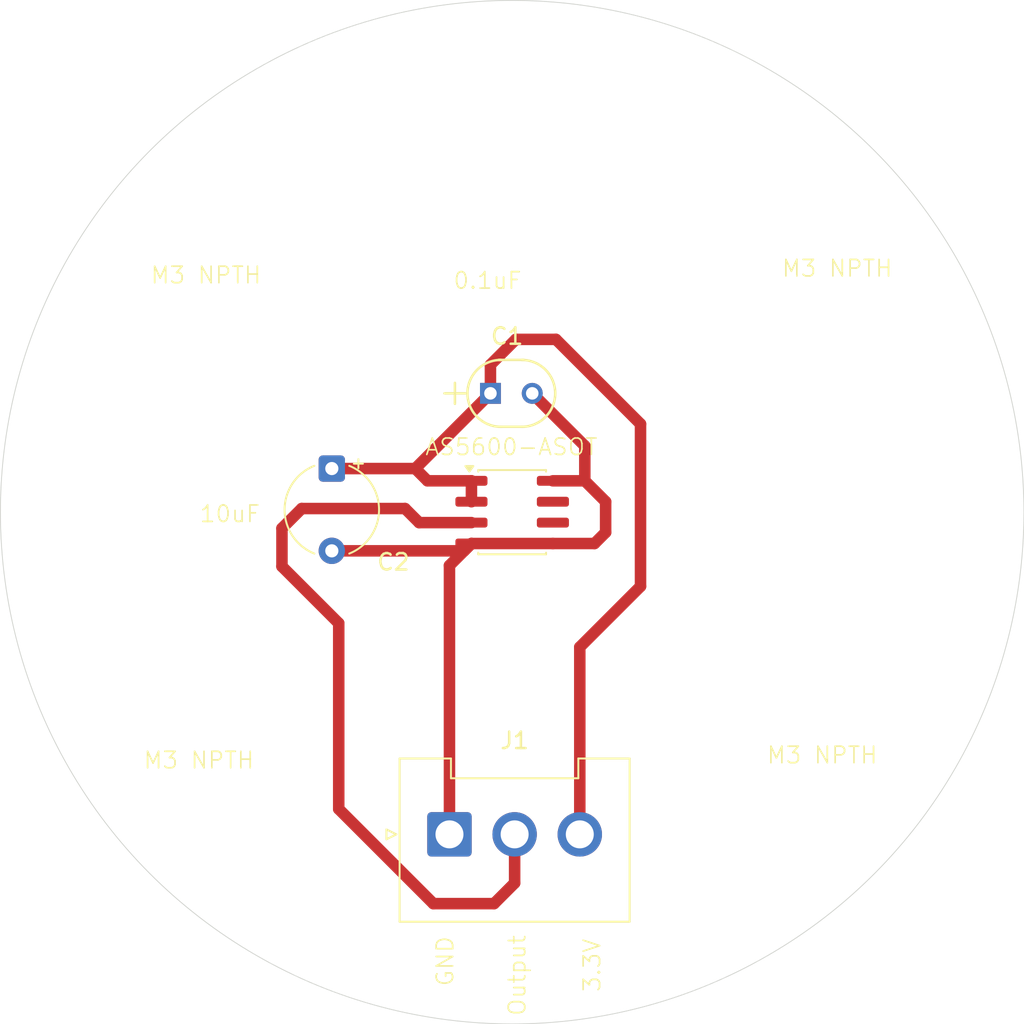
<source format=kicad_pcb>
(kicad_pcb (version 20241229) (generator "pcbnew") (generator_version "9.0")
  (layers (0 "F.Cu" signal) (2 "B.Cu" signal) (13 "F.Paste" user) (15 "B.Paste" user) (5 "F.SilkS" user "F.Silkscreen") (7 "B.SilkS" user "B.Silkscreen") (1 "F.Mask" user) (3 "B.Mask" user) (25 "Edge.Cuts" user))
  (net 0 "")
  (net 1 "GND")
  (net 3 "+3.3V")
  (net 5 "Net-(IC1-OUT)")
  (footprint "MountingHole:MountingHole_3.2mm_M3_ISO7380" (layer "F.Cu") (at 80.8374 119.162593)
    (property "Reference" "H2" (hide yes))
    (property "Value" "MountingHole" (hide yes))
    (pad "" np_thru_hole circle (at 0 0) (size 3.2 3.2) (drill 3.2) (layers "*.Cu" "*.Mask"))
  )
  (footprint "MountingHole:MountingHole_3.2mm_M3_ISO7380" (layer "F.Cu") (at 119.162593 80.8374)
    (property "Reference" "H3" (hide yes))
    (property "Value" "MountingHole" (hide yes))
    (pad "" np_thru_hole circle (at 0 0) (size 3.2 3.2) (drill 3.2) (layers "*.Cu" "*.Mask"))
  )
  (footprint "Package_SO:SOIC-8_3.9x4.9mm_P1.27mm" (layer "F.Cu") (at 100 100)
    (property "Reference" "IC1" (hide yes))
    (property "Value" "AS5600-ASOT" (hide yes))
    (fp_line (start -2.06 -2.56) (end 2.06 -2.56) (stroke (width 0.12)) (layer "F.SilkS"))
    (fp_line (start -2.06 -2.465) (end -2.06 -2.56) (stroke (width 0.12)) (layer "F.SilkS"))
    (fp_line (start -2.06 2.56) (end -2.06 2.465) (stroke (width 0.12)) (layer "F.SilkS"))
    (fp_line (start 2.06 -2.56) (end 2.06 -2.465) (stroke (width 0.12)) (layer "F.SilkS"))
    (fp_line (start 2.06 2.465) (end 2.06 2.56) (stroke (width 0.12)) (layer "F.SilkS"))
    (fp_line (start 2.06 2.56) (end -2.06 2.56) (stroke (width 0.12)) (layer "F.SilkS"))
    (fp_poly (pts (xy -2.6 -2.47) (xy -2.84 -2.8) (xy -2.36 -2.8)) (stroke (width 0.12)) (fill yes) (layer "F.SilkS"))
    (pad "1" smd roundrect (at -2.475 -1.905) (size 1.95 0.6) (layers "F.Cu" "F.Mask" "F.Paste") (net 3 "+3.3V"))
    (pad "2" smd roundrect (at -2.475 -0.635) (size 1.95 0.6) (layers "F.Cu" "F.Mask" "F.Paste") (net 3 "+3.3V"))
    (pad "3" smd roundrect (at -2.475 0.635) (size 1.95 0.6) (layers "F.Cu" "F.Mask" "F.Paste") (net 5 "Net-(IC1-OUT)"))
    (pad "4" smd roundrect (at -2.475 1.905) (size 1.95 0.6) (layers "F.Cu" "F.Mask" "F.Paste") (net 1 "GND"))
    (pad "5" smd roundrect (at 2.475 1.905) (size 1.95 0.6) (layers "F.Cu" "F.Mask" "F.Paste") (net 1 "GND"))
    (pad "6" smd roundrect (at 2.475 0.635) (size 1.95 0.6) (layers "F.Cu" "F.Mask" "F.Paste"))
    (pad "7" smd roundrect (at 2.475 -0.635) (size 1.95 0.6) (layers "F.Cu" "F.Mask" "F.Paste"))
    (pad "8" smd roundrect (at 2.475 -1.905) (size 1.95 0.6) (layers "F.Cu" "F.Mask" "F.Paste") (net 1 "GND"))
  )
  (footprint "MountingHole:MountingHole_3.2mm_M3_ISO7380" (layer "F.Cu") (at 119.162594 119.162594)
    (property "Reference" "H1" (hide yes))
    (property "Value" "MountingHole" (hide yes))
    (pad "" np_thru_hole circle (at 0 0) (size 3.2 3.2) (drill 3.2) (layers "*.Cu" "*.Mask"))
  )
  (footprint "Connector_JST:JST_VH_B3P-VH-FB-B_1x03_P3.96mm_Vertical" (layer "F.Cu") (at 96.19 119.58)
    (property "Reference" "J1" (at 3.96 -5.7 0) (layer "F.SilkS"))
    (property "Value" "Conn_01x03_Pin" (hide yes))
    (fp_line (start -3.83 -0.3) (end -3.23 0) (stroke (width 0.12)) (layer "F.SilkS"))
    (fp_line (start -3.83 0.3) (end -3.83 -0.3) (stroke (width 0.12)) (layer "F.SilkS"))
    (fp_line (start -3.23 0) (end -3.83 0.3) (stroke (width 0.12)) (layer "F.SilkS"))
    (fp_line (start -3.03 -4.61) (end 0.09 -4.61) (stroke (width 0.12)) (layer "F.SilkS"))
    (fp_line (start -3.03 5.31) (end -3.03 -4.61) (stroke (width 0.12)) (layer "F.SilkS"))
    (fp_line (start 0.09 -4.61) (end 0.09 -3.41) (stroke (width 0.12)) (layer "F.SilkS"))
    (fp_line (start 0.09 -3.41) (end 7.83 -3.41) (stroke (width 0.12)) (layer "F.SilkS"))
    (fp_line (start 7.83 -4.61) (end 10.95 -4.61) (stroke (width 0.12)) (layer "F.SilkS"))
    (fp_line (start 7.83 -3.41) (end 7.83 -4.61) (stroke (width 0.12)) (layer "F.SilkS"))
    (fp_line (start 10.95 -4.61) (end 10.95 5.31) (stroke (width 0.12)) (layer "F.SilkS"))
    (fp_line (start 10.95 5.31) (end -3.03 5.31) (stroke (width 0.12)) (layer "F.SilkS"))
    (pad "" np_thru_hole circle (at -1.5 -3.4) (size 1.45 1.45) (drill 1.45) (layers "*.Cu" "*.Mask"))
    (pad "1" thru_hole roundrect (at 0 0) (size 2.7 2.7) (drill 1.7) (layers "*.Cu" "*.Mask") (roundrect_rratio 0.092593) (net 1 "GND"))
    (pad "2" thru_hole circle (at 3.96 0) (size 2.7 2.7) (drill 1.7) (layers "*.Cu" "*.Mask") (net 5 "Net-(IC1-OUT)"))
    (pad "3" thru_hole circle (at 7.92 0) (size 2.7 2.7) (drill 1.7) (layers "*.Cu" "*.Mask") (net 3 "+3.3V"))
  )
  (footprint "project:CAP_C320_KEM" (layer "F.Cu") (at 98.68 92.78)
    (property "Reference" "C1" (at 1.0125 -3.47 0) (layer "F.SilkS"))
    (property "Value" "0.1uF")
    (fp_line (start -2.794 0) (end -1.524 0) (stroke (width 0.1524)) (layer "F.SilkS"))
    (fp_line (start -2.159 -0.635) (end -2.159 0.635) (stroke (width 0.1524)) (layer "F.SilkS"))
    (fp_line (start 0.508 -2.032) (end 2.032 -2.032) (stroke (width 0.1524)) (layer "F.SilkS"))
    (fp_line (start 0.508 2.032) (end 2.032 2.032) (stroke (width 0.1524)) (layer "F.SilkS"))
    (fp_arc (start 0.635 2.032) (mid -1.397 0) (end 0.635 -2.032) (stroke (width 0.1524)) (layer "F.SilkS"))
    (fp_arc (start 1.905 -2.032) (mid 3.341841 -1.436841) (end 3.937 0) (stroke (width 0.1524)) (layer "F.SilkS"))
    (fp_arc (start 3.937 0) (mid 3.341841 1.436841) (end 1.905 2.032) (stroke (width 0.1524)) (layer "F.SilkS"))
    (pad "1" thru_hole rect (at 0 0) (size 1.27 1.27) (drill 0.762) (layers "*.Cu" "*.Mask") (net 3 "+3.3V"))
    (pad "2" thru_hole circle (at 2.54 0) (size 1.27 1.27) (drill 0.762) (layers "*.Cu" "*.Mask") (net 1 "GND"))
  )
  (footprint "Capacitor_THT:CP_Radial_Tantal_D5.5mm_P5.00mm" (layer "F.Cu") (at 89.04 97.35 -90)
    (property "Reference" "C2" (at 5.68 -3.74 180) (layer "F.SilkS"))
    (property "Value" "10uF" (hide yes))
    (fp_line (start -0.572262 -1.615) (end -0.022262 -1.615) (stroke (width 0.12)) (layer "F.SilkS"))
    (fp_line (start -0.297262 -1.89) (end -0.297262 -1.34) (stroke (width 0.12)) (layer "F.SilkS"))
    (fp_arc (start 5.167077 1.06) (mid 2.5 2.87) (end -0.167077 1.06) (stroke (width 0.12)) (layer "F.SilkS"))
    (fp_arc (start -0.167077 -1.06) (mid 2.5 -2.87) (end 5.167077 -1.06) (stroke (width 0.12)) (layer "F.SilkS"))
    (pad "1" thru_hole roundrect (at 0 0 270) (size 1.6 1.6) (drill 0.8) (layers "*.Cu" "*.Mask") (roundrect_rratio 0.15625) (net 3 "+3.3V"))
    (pad "2" thru_hole circle (at 5 0 270) (size 1.6 1.6) (drill 0.8) (layers "*.Cu" "*.Mask") (net 1 "GND"))
  )
  (footprint "MountingHole:MountingHole_3.2mm_M3_ISO7380" (layer "F.Cu") (at 80.8374 80.8374)
    (property "Reference" "H4" (hide yes))
    (property "Value" "MountingHole" (hide yes))
    (pad "" np_thru_hole circle (at 0 0) (size 3.2 3.2) (drill 3.2) (layers "*.Cu" "*.Mask"))
  )
  (gr_circle (center 100 100) (end 131.1 100) (stroke (width 0.05)) (fill no) (layer "Edge.Cuts"))
  (gr_text "M3 NPTH" (at 116.33 85.77 0) (layer "F.SilkS") (effects (font (size 1 1) (thickness 0.1)) (justify left bottom)))
  (gr_text "AS5600-ASOT" (at 94.65 96.62 0) (layer "F.SilkS") (effects (font (size 1 1) (thickness 0.1)) (justify left bottom)))
  (gr_text "M3 NPTH" (at 115.42 115.35 0) (layer "F.SilkS") (effects (font (size 1 1) (thickness 0.1)) (justify left bottom)))
  (gr_text "10uF" (at 80.95 100.69 0) (layer "F.SilkS") (effects (font (size 1 1) (thickness 0.1)) (justify left bottom)))
  (gr_text "0.1uF" (at 96.365 86.51 0) (layer "F.SilkS") (effects (font (size 1 1) (thickness 0.1)) (justify left bottom)))
  (gr_text "M3 NPTH" (at 77.54 115.66 0) (layer "F.SilkS") (effects (font (size 1 1) (thickness 0.1)) (justify left bottom)))
  (gr_text "Output" (at 100.89 130.67 90) (layer "F.SilkS") (effects (font (size 1 1) (thickness 0.1)) (justify left bottom)))
  (gr_text "M3 NPTH" (at 77.97 86.18 0) (layer "F.SilkS") (effects (font (size 1 1) (thickness 0.1)) (justify left bottom)))
  (gr_text "3.3V" (at 105.44 129.22 90) (layer "F.SilkS") (effects (font (size 1 1) (thickness 0.1)) (justify left bottom)))
  (gr_text "GND" (at 96.51 128.88 90) (layer "F.SilkS") (effects (font (size 1 1) (thickness 0.1)) (justify left bottom)))
  (segment (start 102.475 101.905) (end 105.005 101.905) (width 0.7) (layer "F.Cu") (net 1))
  (segment (start 89.04 102.35) (end 97.08 102.35) (width 0.7) (layer "F.Cu") (net 1))
  (segment (start 96.19 103.24) (end 97.525 101.905) (width 0.7) (layer "F.Cu") (net 1))
  (segment (start 105.005 101.905) (end 105.68 101.23) (width 0.7) (layer "F.Cu") (net 1))
  (segment (start 97.08 102.35) (end 97.525 101.905) (width 0.7) (layer "F.Cu") (net 1))
  (segment (start 96.19 119.58) (end 96.19 103.24) (width 0.7) (layer "F.Cu") (net 1))
  (segment (start 97.525 101.905) (end 102.475 101.905) (width 0.7) (layer "F.Cu") (net 1))
  (segment (start 104.415 95.975) (end 104.415 98.095) (width 0.7) (layer "F.Cu") (net 1))
  (segment (start 104.415 98.095) (end 102.475 98.095) (width 0.7) (layer "F.Cu") (net 1))
  (segment (start 101.22 92.78) (end 104.415 95.975) (width 0.7) (layer "F.Cu") (net 1))
  (segment (start 105.68 99.36) (end 104.415 98.095) (width 0.7) (layer "F.Cu") (net 1))
  (segment (start 105.68 101.23) (end 105.68 99.36) (width 0.7) (layer "F.Cu") (net 1))
  (segment (start 102.66 89.5) (end 100.22 89.5) (width 0.7) (layer "F.Cu") (net 3))
  (segment (start 89.04 97.35) (end 94.11 97.35) (width 0.7) (layer "F.Cu") (net 3))
  (segment (start 100.22 89.5) (end 98.68 91.04) (width 0.7) (layer "F.Cu") (net 3))
  (segment (start 97.525 99.365) (end 97.525 98.095) (width 0.7) (layer "F.Cu") (net 3))
  (segment (start 97.525 98.095) (end 94.855 98.095) (width 0.7) (layer "F.Cu") (net 3))
  (segment (start 94.855 98.095) (end 94.11 97.35) (width 0.7) (layer "F.Cu") (net 3))
  (segment (start 107.8 104.51) (end 107.8 94.64) (width 0.7) (layer "F.Cu") (net 3))
  (segment (start 107.8 94.64) (end 102.66 89.5) (width 0.7) (layer "F.Cu") (net 3))
  (segment (start 104.11 108.2) (end 107.8 104.51) (width 0.7) (layer "F.Cu") (net 3))
  (segment (start 94.11 97.35) (end 98.68 92.78) (width 0.7) (layer "F.Cu") (net 3))
  (segment (start 104.11 119.58) (end 104.11 108.2) (width 0.7) (layer "F.Cu") (net 3))
  (segment (start 98.68 91.04) (end 98.68 92.78) (width 0.7) (layer "F.Cu") (net 3))
  (segment (start 97.525 100.635) (end 94.345 100.635) (width 0.7) (layer "F.Cu") (net 5))
  (segment (start 100.15 122.54) (end 100.15 119.58) (width 0.7) (layer "F.Cu") (net 5))
  (segment (start 95.21 123.79) (end 98.9 123.79) (width 0.7) (layer "F.Cu") (net 5))
  (segment (start 93.49 99.78) (end 87.21 99.78) (width 0.7) (layer "F.Cu") (net 5))
  (segment (start 98.9 123.79) (end 100.15 122.54) (width 0.7) (layer "F.Cu") (net 5))
  (segment (start 86.01 103.3) (end 89.46 106.75) (width 0.7) (layer "F.Cu") (net 5))
  (segment (start 87.21 99.78) (end 86.01 100.98) (width 0.7) (layer "F.Cu") (net 5))
  (segment (start 89.46 118.04) (end 95.21 123.79) (width 0.7) (layer "F.Cu") (net 5))
  (segment (start 86.01 100.98) (end 86.01 103.3) (width 0.7) (layer "F.Cu") (net 5))
  (segment (start 94.345 100.635) (end 93.49 99.78) (width 0.7) (layer "F.Cu") (net 5))
  (segment (start 89.46 106.75) (end 89.46 118.04) (width 0.7) (layer "F.Cu") (net 5))
)
</source>
